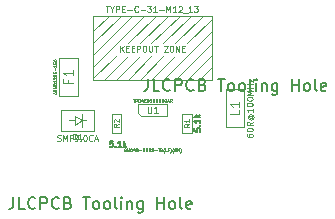
<source format=gbr>
G04 #@! TF.GenerationSoftware,KiCad,Pcbnew,(6.0.8)*
G04 #@! TF.CreationDate,2022-10-31T11:18:22-04:00*
G04 #@! TF.ProjectId,Unified-Daughterboard,556e6966-6965-4642-9d44-617567687465,C3*
G04 #@! TF.SameCoordinates,Original*
G04 #@! TF.FileFunction,AssemblyDrawing,Top*
%FSLAX46Y46*%
G04 Gerber Fmt 4.6, Leading zero omitted, Abs format (unit mm)*
G04 Created by KiCad (PCBNEW (6.0.8)) date 2022-10-31 11:18:22*
%MOMM*%
%LPD*%
G01*
G04 APERTURE LIST*
%ADD10C,0.150000*%
%ADD11C,0.063500*%
%ADD12C,0.100000*%
%ADD13C,0.050800*%
%ADD14C,0.120000*%
%ADD15C,0.127000*%
%ADD16C,0.075000*%
%ADD17C,0.125000*%
%ADD18C,0.050000*%
G04 APERTURE END LIST*
D10*
X63221547Y-73395380D02*
X63221547Y-74109666D01*
X63173928Y-74252523D01*
X63078690Y-74347761D01*
X62935833Y-74395380D01*
X62840595Y-74395380D01*
X64173928Y-74395380D02*
X63697738Y-74395380D01*
X63697738Y-73395380D01*
X65078690Y-74300142D02*
X65031071Y-74347761D01*
X64888214Y-74395380D01*
X64792976Y-74395380D01*
X64650119Y-74347761D01*
X64554880Y-74252523D01*
X64507261Y-74157285D01*
X64459642Y-73966809D01*
X64459642Y-73823952D01*
X64507261Y-73633476D01*
X64554880Y-73538238D01*
X64650119Y-73443000D01*
X64792976Y-73395380D01*
X64888214Y-73395380D01*
X65031071Y-73443000D01*
X65078690Y-73490619D01*
X65507261Y-74395380D02*
X65507261Y-73395380D01*
X65888214Y-73395380D01*
X65983452Y-73443000D01*
X66031071Y-73490619D01*
X66078690Y-73585857D01*
X66078690Y-73728714D01*
X66031071Y-73823952D01*
X65983452Y-73871571D01*
X65888214Y-73919190D01*
X65507261Y-73919190D01*
X67078690Y-74300142D02*
X67031071Y-74347761D01*
X66888214Y-74395380D01*
X66792976Y-74395380D01*
X66650119Y-74347761D01*
X66554880Y-74252523D01*
X66507261Y-74157285D01*
X66459642Y-73966809D01*
X66459642Y-73823952D01*
X66507261Y-73633476D01*
X66554880Y-73538238D01*
X66650119Y-73443000D01*
X66792976Y-73395380D01*
X66888214Y-73395380D01*
X67031071Y-73443000D01*
X67078690Y-73490619D01*
X67840595Y-73871571D02*
X67983452Y-73919190D01*
X68031071Y-73966809D01*
X68078690Y-74062047D01*
X68078690Y-74204904D01*
X68031071Y-74300142D01*
X67983452Y-74347761D01*
X67888214Y-74395380D01*
X67507261Y-74395380D01*
X67507261Y-73395380D01*
X67840595Y-73395380D01*
X67935833Y-73443000D01*
X67983452Y-73490619D01*
X68031071Y-73585857D01*
X68031071Y-73681095D01*
X67983452Y-73776333D01*
X67935833Y-73823952D01*
X67840595Y-73871571D01*
X67507261Y-73871571D01*
X69126309Y-73395380D02*
X69697738Y-73395380D01*
X69412023Y-74395380D02*
X69412023Y-73395380D01*
X70173928Y-74395380D02*
X70078690Y-74347761D01*
X70031071Y-74300142D01*
X69983452Y-74204904D01*
X69983452Y-73919190D01*
X70031071Y-73823952D01*
X70078690Y-73776333D01*
X70173928Y-73728714D01*
X70316785Y-73728714D01*
X70412023Y-73776333D01*
X70459642Y-73823952D01*
X70507261Y-73919190D01*
X70507261Y-74204904D01*
X70459642Y-74300142D01*
X70412023Y-74347761D01*
X70316785Y-74395380D01*
X70173928Y-74395380D01*
X71078690Y-74395380D02*
X70983452Y-74347761D01*
X70935833Y-74300142D01*
X70888214Y-74204904D01*
X70888214Y-73919190D01*
X70935833Y-73823952D01*
X70983452Y-73776333D01*
X71078690Y-73728714D01*
X71221547Y-73728714D01*
X71316785Y-73776333D01*
X71364404Y-73823952D01*
X71412023Y-73919190D01*
X71412023Y-74204904D01*
X71364404Y-74300142D01*
X71316785Y-74347761D01*
X71221547Y-74395380D01*
X71078690Y-74395380D01*
X71983452Y-74395380D02*
X71888214Y-74347761D01*
X71840595Y-74252523D01*
X71840595Y-73395380D01*
X72364404Y-74395380D02*
X72364404Y-73728714D01*
X72364404Y-73395380D02*
X72316785Y-73443000D01*
X72364404Y-73490619D01*
X72412023Y-73443000D01*
X72364404Y-73395380D01*
X72364404Y-73490619D01*
X72840595Y-73728714D02*
X72840595Y-74395380D01*
X72840595Y-73823952D02*
X72888214Y-73776333D01*
X72983452Y-73728714D01*
X73126309Y-73728714D01*
X73221547Y-73776333D01*
X73269166Y-73871571D01*
X73269166Y-74395380D01*
X74173928Y-73728714D02*
X74173928Y-74538238D01*
X74126309Y-74633476D01*
X74078690Y-74681095D01*
X73983452Y-74728714D01*
X73840595Y-74728714D01*
X73745357Y-74681095D01*
X74173928Y-74347761D02*
X74078690Y-74395380D01*
X73888214Y-74395380D01*
X73792976Y-74347761D01*
X73745357Y-74300142D01*
X73697738Y-74204904D01*
X73697738Y-73919190D01*
X73745357Y-73823952D01*
X73792976Y-73776333D01*
X73888214Y-73728714D01*
X74078690Y-73728714D01*
X74173928Y-73776333D01*
X75412023Y-74395380D02*
X75412023Y-73395380D01*
X75412023Y-73871571D02*
X75983452Y-73871571D01*
X75983452Y-74395380D02*
X75983452Y-73395380D01*
X76602500Y-74395380D02*
X76507261Y-74347761D01*
X76459642Y-74300142D01*
X76412023Y-74204904D01*
X76412023Y-73919190D01*
X76459642Y-73823952D01*
X76507261Y-73776333D01*
X76602500Y-73728714D01*
X76745357Y-73728714D01*
X76840595Y-73776333D01*
X76888214Y-73823952D01*
X76935833Y-73919190D01*
X76935833Y-74204904D01*
X76888214Y-74300142D01*
X76840595Y-74347761D01*
X76745357Y-74395380D01*
X76602500Y-74395380D01*
X77507261Y-74395380D02*
X77412023Y-74347761D01*
X77364404Y-74252523D01*
X77364404Y-73395380D01*
X78269166Y-74347761D02*
X78173928Y-74395380D01*
X77983452Y-74395380D01*
X77888214Y-74347761D01*
X77840595Y-74252523D01*
X77840595Y-73871571D01*
X77888214Y-73776333D01*
X77983452Y-73728714D01*
X78173928Y-73728714D01*
X78269166Y-73776333D01*
X78316785Y-73871571D01*
X78316785Y-73966809D01*
X77840595Y-74062047D01*
X74621547Y-63395380D02*
X74621547Y-64109666D01*
X74573928Y-64252523D01*
X74478690Y-64347761D01*
X74335833Y-64395380D01*
X74240595Y-64395380D01*
X75573928Y-64395380D02*
X75097738Y-64395380D01*
X75097738Y-63395380D01*
X76478690Y-64300142D02*
X76431071Y-64347761D01*
X76288214Y-64395380D01*
X76192976Y-64395380D01*
X76050119Y-64347761D01*
X75954880Y-64252523D01*
X75907261Y-64157285D01*
X75859642Y-63966809D01*
X75859642Y-63823952D01*
X75907261Y-63633476D01*
X75954880Y-63538238D01*
X76050119Y-63443000D01*
X76192976Y-63395380D01*
X76288214Y-63395380D01*
X76431071Y-63443000D01*
X76478690Y-63490619D01*
X76907261Y-64395380D02*
X76907261Y-63395380D01*
X77288214Y-63395380D01*
X77383452Y-63443000D01*
X77431071Y-63490619D01*
X77478690Y-63585857D01*
X77478690Y-63728714D01*
X77431071Y-63823952D01*
X77383452Y-63871571D01*
X77288214Y-63919190D01*
X76907261Y-63919190D01*
X78478690Y-64300142D02*
X78431071Y-64347761D01*
X78288214Y-64395380D01*
X78192976Y-64395380D01*
X78050119Y-64347761D01*
X77954880Y-64252523D01*
X77907261Y-64157285D01*
X77859642Y-63966809D01*
X77859642Y-63823952D01*
X77907261Y-63633476D01*
X77954880Y-63538238D01*
X78050119Y-63443000D01*
X78192976Y-63395380D01*
X78288214Y-63395380D01*
X78431071Y-63443000D01*
X78478690Y-63490619D01*
X79240595Y-63871571D02*
X79383452Y-63919190D01*
X79431071Y-63966809D01*
X79478690Y-64062047D01*
X79478690Y-64204904D01*
X79431071Y-64300142D01*
X79383452Y-64347761D01*
X79288214Y-64395380D01*
X78907261Y-64395380D01*
X78907261Y-63395380D01*
X79240595Y-63395380D01*
X79335833Y-63443000D01*
X79383452Y-63490619D01*
X79431071Y-63585857D01*
X79431071Y-63681095D01*
X79383452Y-63776333D01*
X79335833Y-63823952D01*
X79240595Y-63871571D01*
X78907261Y-63871571D01*
X80526309Y-63395380D02*
X81097738Y-63395380D01*
X80812023Y-64395380D02*
X80812023Y-63395380D01*
X81573928Y-64395380D02*
X81478690Y-64347761D01*
X81431071Y-64300142D01*
X81383452Y-64204904D01*
X81383452Y-63919190D01*
X81431071Y-63823952D01*
X81478690Y-63776333D01*
X81573928Y-63728714D01*
X81716785Y-63728714D01*
X81812023Y-63776333D01*
X81859642Y-63823952D01*
X81907261Y-63919190D01*
X81907261Y-64204904D01*
X81859642Y-64300142D01*
X81812023Y-64347761D01*
X81716785Y-64395380D01*
X81573928Y-64395380D01*
X82478690Y-64395380D02*
X82383452Y-64347761D01*
X82335833Y-64300142D01*
X82288214Y-64204904D01*
X82288214Y-63919190D01*
X82335833Y-63823952D01*
X82383452Y-63776333D01*
X82478690Y-63728714D01*
X82621547Y-63728714D01*
X82716785Y-63776333D01*
X82764404Y-63823952D01*
X82812023Y-63919190D01*
X82812023Y-64204904D01*
X82764404Y-64300142D01*
X82716785Y-64347761D01*
X82621547Y-64395380D01*
X82478690Y-64395380D01*
X83383452Y-64395380D02*
X83288214Y-64347761D01*
X83240595Y-64252523D01*
X83240595Y-63395380D01*
X83764404Y-64395380D02*
X83764404Y-63728714D01*
X83764404Y-63395380D02*
X83716785Y-63443000D01*
X83764404Y-63490619D01*
X83812023Y-63443000D01*
X83764404Y-63395380D01*
X83764404Y-63490619D01*
X84240595Y-63728714D02*
X84240595Y-64395380D01*
X84240595Y-63823952D02*
X84288214Y-63776333D01*
X84383452Y-63728714D01*
X84526309Y-63728714D01*
X84621547Y-63776333D01*
X84669166Y-63871571D01*
X84669166Y-64395380D01*
X85573928Y-63728714D02*
X85573928Y-64538238D01*
X85526309Y-64633476D01*
X85478690Y-64681095D01*
X85383452Y-64728714D01*
X85240595Y-64728714D01*
X85145357Y-64681095D01*
X85573928Y-64347761D02*
X85478690Y-64395380D01*
X85288214Y-64395380D01*
X85192976Y-64347761D01*
X85145357Y-64300142D01*
X85097738Y-64204904D01*
X85097738Y-63919190D01*
X85145357Y-63823952D01*
X85192976Y-63776333D01*
X85288214Y-63728714D01*
X85478690Y-63728714D01*
X85573928Y-63776333D01*
X86812023Y-64395380D02*
X86812023Y-63395380D01*
X86812023Y-63871571D02*
X87383452Y-63871571D01*
X87383452Y-64395380D02*
X87383452Y-63395380D01*
X88002500Y-64395380D02*
X87907261Y-64347761D01*
X87859642Y-64300142D01*
X87812023Y-64204904D01*
X87812023Y-63919190D01*
X87859642Y-63823952D01*
X87907261Y-63776333D01*
X88002500Y-63728714D01*
X88145357Y-63728714D01*
X88240595Y-63776333D01*
X88288214Y-63823952D01*
X88335833Y-63919190D01*
X88335833Y-64204904D01*
X88288214Y-64300142D01*
X88240595Y-64347761D01*
X88145357Y-64395380D01*
X88002500Y-64395380D01*
X88907261Y-64395380D02*
X88812023Y-64347761D01*
X88764404Y-64252523D01*
X88764404Y-63395380D01*
X89669166Y-64347761D02*
X89573928Y-64395380D01*
X89383452Y-64395380D01*
X89288214Y-64347761D01*
X89240595Y-64252523D01*
X89240595Y-63871571D01*
X89288214Y-63776333D01*
X89383452Y-63728714D01*
X89573928Y-63728714D01*
X89669166Y-63776333D01*
X89716785Y-63871571D01*
X89716785Y-63966809D01*
X89240595Y-64062047D01*
D11*
X73327309Y-65084904D02*
X73472452Y-65084904D01*
X73399880Y-65338904D02*
X73399880Y-65084904D01*
X73557119Y-65338904D02*
X73557119Y-65084904D01*
X73653880Y-65084904D01*
X73678071Y-65097000D01*
X73690166Y-65109095D01*
X73702261Y-65133285D01*
X73702261Y-65169571D01*
X73690166Y-65193761D01*
X73678071Y-65205857D01*
X73653880Y-65217952D01*
X73557119Y-65217952D01*
X73811119Y-65338904D02*
X73811119Y-65084904D01*
X73871595Y-65084904D01*
X73907880Y-65097000D01*
X73932071Y-65121190D01*
X73944166Y-65145380D01*
X73956261Y-65193761D01*
X73956261Y-65230047D01*
X73944166Y-65278428D01*
X73932071Y-65302619D01*
X73907880Y-65326809D01*
X73871595Y-65338904D01*
X73811119Y-65338904D01*
X74173976Y-65169571D02*
X74173976Y-65338904D01*
X74113500Y-65072809D02*
X74053023Y-65254238D01*
X74210261Y-65254238D01*
X74307023Y-65205857D02*
X74391690Y-65205857D01*
X74427976Y-65338904D02*
X74307023Y-65338904D01*
X74307023Y-65084904D01*
X74427976Y-65084904D01*
X74585214Y-65084904D02*
X74609404Y-65084904D01*
X74633595Y-65097000D01*
X74645690Y-65109095D01*
X74657785Y-65133285D01*
X74669880Y-65181666D01*
X74669880Y-65242142D01*
X74657785Y-65290523D01*
X74645690Y-65314714D01*
X74633595Y-65326809D01*
X74609404Y-65338904D01*
X74585214Y-65338904D01*
X74561023Y-65326809D01*
X74548928Y-65314714D01*
X74536833Y-65290523D01*
X74524738Y-65242142D01*
X74524738Y-65181666D01*
X74536833Y-65133285D01*
X74548928Y-65109095D01*
X74561023Y-65097000D01*
X74585214Y-65084904D01*
X74899690Y-65084904D02*
X74778738Y-65084904D01*
X74766642Y-65205857D01*
X74778738Y-65193761D01*
X74802928Y-65181666D01*
X74863404Y-65181666D01*
X74887595Y-65193761D01*
X74899690Y-65205857D01*
X74911785Y-65230047D01*
X74911785Y-65290523D01*
X74899690Y-65314714D01*
X74887595Y-65326809D01*
X74863404Y-65338904D01*
X74802928Y-65338904D01*
X74778738Y-65326809D01*
X74766642Y-65314714D01*
X75020642Y-65084904D02*
X75020642Y-65290523D01*
X75032738Y-65314714D01*
X75044833Y-65326809D01*
X75069023Y-65338904D01*
X75117404Y-65338904D01*
X75141595Y-65326809D01*
X75153690Y-65314714D01*
X75165785Y-65290523D01*
X75165785Y-65084904D01*
X75335119Y-65084904D02*
X75359309Y-65084904D01*
X75383500Y-65097000D01*
X75395595Y-65109095D01*
X75407690Y-65133285D01*
X75419785Y-65181666D01*
X75419785Y-65242142D01*
X75407690Y-65290523D01*
X75395595Y-65314714D01*
X75383500Y-65326809D01*
X75359309Y-65338904D01*
X75335119Y-65338904D01*
X75310928Y-65326809D01*
X75298833Y-65314714D01*
X75286738Y-65290523D01*
X75274642Y-65242142D01*
X75274642Y-65181666D01*
X75286738Y-65133285D01*
X75298833Y-65109095D01*
X75310928Y-65097000D01*
X75335119Y-65084904D01*
X75637500Y-65084904D02*
X75589119Y-65084904D01*
X75564928Y-65097000D01*
X75552833Y-65109095D01*
X75528642Y-65145380D01*
X75516547Y-65193761D01*
X75516547Y-65290523D01*
X75528642Y-65314714D01*
X75540738Y-65326809D01*
X75564928Y-65338904D01*
X75613309Y-65338904D01*
X75637500Y-65326809D01*
X75649595Y-65314714D01*
X75661690Y-65290523D01*
X75661690Y-65230047D01*
X75649595Y-65205857D01*
X75637500Y-65193761D01*
X75613309Y-65181666D01*
X75564928Y-65181666D01*
X75540738Y-65193761D01*
X75528642Y-65205857D01*
X75516547Y-65230047D01*
X75770547Y-65338904D02*
X75770547Y-65084904D01*
X75831023Y-65084904D01*
X75867309Y-65097000D01*
X75891500Y-65121190D01*
X75903595Y-65145380D01*
X75915690Y-65193761D01*
X75915690Y-65230047D01*
X75903595Y-65278428D01*
X75891500Y-65302619D01*
X75867309Y-65326809D01*
X75831023Y-65338904D01*
X75770547Y-65338904D01*
X76193880Y-65363095D02*
X76169690Y-65351000D01*
X76145500Y-65326809D01*
X76109214Y-65290523D01*
X76085023Y-65278428D01*
X76060833Y-65278428D01*
X76072928Y-65338904D02*
X76048738Y-65326809D01*
X76024547Y-65302619D01*
X76012452Y-65254238D01*
X76012452Y-65169571D01*
X76024547Y-65121190D01*
X76048738Y-65097000D01*
X76072928Y-65084904D01*
X76121309Y-65084904D01*
X76145500Y-65097000D01*
X76169690Y-65121190D01*
X76181785Y-65169571D01*
X76181785Y-65254238D01*
X76169690Y-65302619D01*
X76145500Y-65326809D01*
X76121309Y-65338904D01*
X76072928Y-65338904D01*
X76278547Y-65266333D02*
X76399500Y-65266333D01*
X76254357Y-65338904D02*
X76339023Y-65084904D01*
X76423690Y-65338904D01*
X76653500Y-65338904D02*
X76568833Y-65217952D01*
X76508357Y-65338904D02*
X76508357Y-65084904D01*
X76605119Y-65084904D01*
X76629309Y-65097000D01*
X76641404Y-65109095D01*
X76653500Y-65133285D01*
X76653500Y-65169571D01*
X76641404Y-65193761D01*
X76629309Y-65205857D01*
X76605119Y-65217952D01*
X76508357Y-65217952D01*
D12*
X74583452Y-65725209D02*
X74583452Y-66170447D01*
X74609642Y-66222828D01*
X74635833Y-66249019D01*
X74688214Y-66275209D01*
X74792976Y-66275209D01*
X74845357Y-66249019D01*
X74871547Y-66222828D01*
X74897738Y-66170447D01*
X74897738Y-65725209D01*
X75447738Y-66275209D02*
X75133452Y-66275209D01*
X75290595Y-66275209D02*
X75290595Y-65725209D01*
X75238214Y-65803780D01*
X75185833Y-65856161D01*
X75133452Y-65882352D01*
D13*
X82979309Y-68072428D02*
X82979309Y-68169190D01*
X83003500Y-68217571D01*
X83027690Y-68241761D01*
X83100261Y-68290142D01*
X83197023Y-68314333D01*
X83390547Y-68314333D01*
X83438928Y-68290142D01*
X83463119Y-68265952D01*
X83487309Y-68217571D01*
X83487309Y-68120809D01*
X83463119Y-68072428D01*
X83438928Y-68048238D01*
X83390547Y-68024047D01*
X83269595Y-68024047D01*
X83221214Y-68048238D01*
X83197023Y-68072428D01*
X83172833Y-68120809D01*
X83172833Y-68217571D01*
X83197023Y-68265952D01*
X83221214Y-68290142D01*
X83269595Y-68314333D01*
X82979309Y-67709571D02*
X82979309Y-67661190D01*
X83003500Y-67612809D01*
X83027690Y-67588619D01*
X83076071Y-67564428D01*
X83172833Y-67540238D01*
X83293785Y-67540238D01*
X83390547Y-67564428D01*
X83438928Y-67588619D01*
X83463119Y-67612809D01*
X83487309Y-67661190D01*
X83487309Y-67709571D01*
X83463119Y-67757952D01*
X83438928Y-67782142D01*
X83390547Y-67806333D01*
X83293785Y-67830523D01*
X83172833Y-67830523D01*
X83076071Y-67806333D01*
X83027690Y-67782142D01*
X83003500Y-67757952D01*
X82979309Y-67709571D01*
X83487309Y-67032238D02*
X83245404Y-67201571D01*
X83487309Y-67322523D02*
X82979309Y-67322523D01*
X82979309Y-67129000D01*
X83003500Y-67080619D01*
X83027690Y-67056428D01*
X83076071Y-67032238D01*
X83148642Y-67032238D01*
X83197023Y-67056428D01*
X83221214Y-67080619D01*
X83245404Y-67129000D01*
X83245404Y-67322523D01*
X83245404Y-66500047D02*
X83221214Y-66524238D01*
X83197023Y-66572619D01*
X83197023Y-66621000D01*
X83221214Y-66669380D01*
X83245404Y-66693571D01*
X83293785Y-66717761D01*
X83342166Y-66717761D01*
X83390547Y-66693571D01*
X83414738Y-66669380D01*
X83438928Y-66621000D01*
X83438928Y-66572619D01*
X83414738Y-66524238D01*
X83390547Y-66500047D01*
X83197023Y-66500047D02*
X83390547Y-66500047D01*
X83414738Y-66475857D01*
X83414738Y-66451666D01*
X83390547Y-66403285D01*
X83342166Y-66379095D01*
X83221214Y-66379095D01*
X83148642Y-66427476D01*
X83100261Y-66500047D01*
X83076071Y-66596809D01*
X83100261Y-66693571D01*
X83148642Y-66766142D01*
X83221214Y-66814523D01*
X83317976Y-66838714D01*
X83414738Y-66814523D01*
X83487309Y-66766142D01*
X83535690Y-66693571D01*
X83559880Y-66596809D01*
X83535690Y-66500047D01*
X83487309Y-66427476D01*
X83487309Y-65895285D02*
X83487309Y-66185571D01*
X83487309Y-66040428D02*
X82979309Y-66040428D01*
X83051880Y-66088809D01*
X83100261Y-66137190D01*
X83124452Y-66185571D01*
X82979309Y-65580809D02*
X82979309Y-65532428D01*
X83003500Y-65484047D01*
X83027690Y-65459857D01*
X83076071Y-65435666D01*
X83172833Y-65411476D01*
X83293785Y-65411476D01*
X83390547Y-65435666D01*
X83438928Y-65459857D01*
X83463119Y-65484047D01*
X83487309Y-65532428D01*
X83487309Y-65580809D01*
X83463119Y-65629190D01*
X83438928Y-65653380D01*
X83390547Y-65677571D01*
X83293785Y-65701761D01*
X83172833Y-65701761D01*
X83076071Y-65677571D01*
X83027690Y-65653380D01*
X83003500Y-65629190D01*
X82979309Y-65580809D01*
X82979309Y-65097000D02*
X82979309Y-65048619D01*
X83003500Y-65000238D01*
X83027690Y-64976047D01*
X83076071Y-64951857D01*
X83172833Y-64927666D01*
X83293785Y-64927666D01*
X83390547Y-64951857D01*
X83438928Y-64976047D01*
X83463119Y-65000238D01*
X83487309Y-65048619D01*
X83487309Y-65097000D01*
X83463119Y-65145380D01*
X83438928Y-65169571D01*
X83390547Y-65193761D01*
X83293785Y-65217952D01*
X83172833Y-65217952D01*
X83076071Y-65193761D01*
X83027690Y-65169571D01*
X83003500Y-65145380D01*
X82979309Y-65097000D01*
X83487309Y-64709952D02*
X82979309Y-64709952D01*
X83342166Y-64540619D01*
X82979309Y-64371285D01*
X83487309Y-64371285D01*
X83487309Y-64129380D02*
X82979309Y-64129380D01*
X83221214Y-64129380D02*
X83221214Y-63839095D01*
X83487309Y-63839095D02*
X82979309Y-63839095D01*
X83148642Y-63645571D02*
X83148642Y-63379476D01*
X83487309Y-63645571D01*
X83487309Y-63379476D01*
D14*
X82349404Y-66007333D02*
X82349404Y-66388285D01*
X81549404Y-66388285D01*
X82349404Y-65321619D02*
X82349404Y-65778761D01*
X82349404Y-65550190D02*
X81549404Y-65550190D01*
X81663690Y-65626380D01*
X81739880Y-65702571D01*
X81777976Y-65778761D01*
D15*
X71633976Y-68628809D02*
X71392071Y-68628809D01*
X71367880Y-68870714D01*
X71392071Y-68846523D01*
X71440452Y-68822333D01*
X71561404Y-68822333D01*
X71609785Y-68846523D01*
X71633976Y-68870714D01*
X71658166Y-68919095D01*
X71658166Y-69040047D01*
X71633976Y-69088428D01*
X71609785Y-69112619D01*
X71561404Y-69136809D01*
X71440452Y-69136809D01*
X71392071Y-69112619D01*
X71367880Y-69088428D01*
X71875880Y-69088428D02*
X71900071Y-69112619D01*
X71875880Y-69136809D01*
X71851690Y-69112619D01*
X71875880Y-69088428D01*
X71875880Y-69136809D01*
X72383880Y-69136809D02*
X72093595Y-69136809D01*
X72238738Y-69136809D02*
X72238738Y-68628809D01*
X72190357Y-68701380D01*
X72141976Y-68749761D01*
X72093595Y-68773952D01*
X72601595Y-69136809D02*
X72601595Y-68628809D01*
X72649976Y-68943285D02*
X72795119Y-69136809D01*
X72795119Y-68798142D02*
X72601595Y-68991666D01*
D16*
X72135452Y-67195666D02*
X71944976Y-67329000D01*
X72135452Y-67424238D02*
X71735452Y-67424238D01*
X71735452Y-67271857D01*
X71754500Y-67233761D01*
X71773547Y-67214714D01*
X71811642Y-67195666D01*
X71868785Y-67195666D01*
X71906880Y-67214714D01*
X71925928Y-67233761D01*
X71944976Y-67271857D01*
X71944976Y-67424238D01*
X71773547Y-67043285D02*
X71754500Y-67024238D01*
X71735452Y-66986142D01*
X71735452Y-66890904D01*
X71754500Y-66852809D01*
X71773547Y-66833761D01*
X71811642Y-66814714D01*
X71849738Y-66814714D01*
X71906880Y-66833761D01*
X72135452Y-67062333D01*
X72135452Y-66814714D01*
D11*
X66789833Y-64649476D02*
X66789833Y-64528523D01*
X66862404Y-64673666D02*
X66608404Y-64589000D01*
X66862404Y-64504333D01*
X66850309Y-64431761D02*
X66862404Y-64395476D01*
X66862404Y-64335000D01*
X66850309Y-64310809D01*
X66838214Y-64298714D01*
X66814023Y-64286619D01*
X66789833Y-64286619D01*
X66765642Y-64298714D01*
X66753547Y-64310809D01*
X66741452Y-64335000D01*
X66729357Y-64383380D01*
X66717261Y-64407571D01*
X66705166Y-64419666D01*
X66680976Y-64431761D01*
X66656785Y-64431761D01*
X66632595Y-64419666D01*
X66620500Y-64407571D01*
X66608404Y-64383380D01*
X66608404Y-64322904D01*
X66620500Y-64286619D01*
X66862404Y-64177761D02*
X66608404Y-64177761D01*
X66789833Y-64093095D01*
X66608404Y-64008428D01*
X66862404Y-64008428D01*
X66862404Y-63887476D02*
X66608404Y-63887476D01*
X66608404Y-63827000D01*
X66620500Y-63790714D01*
X66644690Y-63766523D01*
X66668880Y-63754428D01*
X66717261Y-63742333D01*
X66753547Y-63742333D01*
X66801928Y-63754428D01*
X66826119Y-63766523D01*
X66850309Y-63790714D01*
X66862404Y-63827000D01*
X66862404Y-63887476D01*
X66862404Y-63500428D02*
X66862404Y-63645571D01*
X66862404Y-63573000D02*
X66608404Y-63573000D01*
X66644690Y-63597190D01*
X66668880Y-63621380D01*
X66680976Y-63645571D01*
X66632595Y-63403666D02*
X66620500Y-63391571D01*
X66608404Y-63367380D01*
X66608404Y-63306904D01*
X66620500Y-63282714D01*
X66632595Y-63270619D01*
X66656785Y-63258523D01*
X66680976Y-63258523D01*
X66717261Y-63270619D01*
X66862404Y-63415761D01*
X66862404Y-63258523D01*
X66608404Y-63101285D02*
X66608404Y-63077095D01*
X66620500Y-63052904D01*
X66632595Y-63040809D01*
X66656785Y-63028714D01*
X66705166Y-63016619D01*
X66765642Y-63016619D01*
X66814023Y-63028714D01*
X66838214Y-63040809D01*
X66850309Y-63052904D01*
X66862404Y-63077095D01*
X66862404Y-63101285D01*
X66850309Y-63125476D01*
X66838214Y-63137571D01*
X66814023Y-63149666D01*
X66765642Y-63161761D01*
X66705166Y-63161761D01*
X66656785Y-63149666D01*
X66632595Y-63137571D01*
X66620500Y-63125476D01*
X66608404Y-63101285D01*
X66608404Y-62798904D02*
X66608404Y-62847285D01*
X66620500Y-62871476D01*
X66632595Y-62883571D01*
X66668880Y-62907761D01*
X66717261Y-62919857D01*
X66814023Y-62919857D01*
X66838214Y-62907761D01*
X66850309Y-62895666D01*
X66862404Y-62871476D01*
X66862404Y-62823095D01*
X66850309Y-62798904D01*
X66838214Y-62786809D01*
X66814023Y-62774714D01*
X66753547Y-62774714D01*
X66729357Y-62786809D01*
X66717261Y-62798904D01*
X66705166Y-62823095D01*
X66705166Y-62871476D01*
X66717261Y-62895666D01*
X66729357Y-62907761D01*
X66753547Y-62919857D01*
X66765642Y-62665857D02*
X66765642Y-62472333D01*
X66862404Y-62218333D02*
X66862404Y-62363476D01*
X66862404Y-62290904D02*
X66608404Y-62290904D01*
X66644690Y-62315095D01*
X66668880Y-62339285D01*
X66680976Y-62363476D01*
X66608404Y-61988523D02*
X66608404Y-62109476D01*
X66729357Y-62121571D01*
X66717261Y-62109476D01*
X66705166Y-62085285D01*
X66705166Y-62024809D01*
X66717261Y-62000619D01*
X66729357Y-61988523D01*
X66753547Y-61976428D01*
X66814023Y-61976428D01*
X66838214Y-61988523D01*
X66850309Y-62000619D01*
X66862404Y-62024809D01*
X66862404Y-62085285D01*
X66850309Y-62109476D01*
X66838214Y-62121571D01*
X66608404Y-61819190D02*
X66608404Y-61795000D01*
X66620500Y-61770809D01*
X66632595Y-61758714D01*
X66656785Y-61746619D01*
X66705166Y-61734523D01*
X66765642Y-61734523D01*
X66814023Y-61746619D01*
X66838214Y-61758714D01*
X66850309Y-61770809D01*
X66862404Y-61795000D01*
X66862404Y-61819190D01*
X66850309Y-61843380D01*
X66838214Y-61855476D01*
X66814023Y-61867571D01*
X66765642Y-61879666D01*
X66705166Y-61879666D01*
X66656785Y-61867571D01*
X66632595Y-61855476D01*
X66620500Y-61843380D01*
X66608404Y-61819190D01*
D14*
X67833357Y-63473666D02*
X67833357Y-63740333D01*
X68252404Y-63740333D02*
X67452404Y-63740333D01*
X67452404Y-63359380D01*
X68252404Y-62635571D02*
X68252404Y-63092714D01*
X68252404Y-62864142D02*
X67452404Y-62864142D01*
X67566690Y-62940333D01*
X67642880Y-63016523D01*
X67680976Y-63092714D01*
D17*
X66950119Y-68601380D02*
X67021547Y-68625190D01*
X67140595Y-68625190D01*
X67188214Y-68601380D01*
X67212023Y-68577571D01*
X67235833Y-68529952D01*
X67235833Y-68482333D01*
X67212023Y-68434714D01*
X67188214Y-68410904D01*
X67140595Y-68387095D01*
X67045357Y-68363285D01*
X66997738Y-68339476D01*
X66973928Y-68315666D01*
X66950119Y-68268047D01*
X66950119Y-68220428D01*
X66973928Y-68172809D01*
X66997738Y-68149000D01*
X67045357Y-68125190D01*
X67164404Y-68125190D01*
X67235833Y-68149000D01*
X67450119Y-68625190D02*
X67450119Y-68125190D01*
X67616785Y-68482333D01*
X67783452Y-68125190D01*
X67783452Y-68625190D01*
X68188214Y-68363285D02*
X68021547Y-68363285D01*
X68021547Y-68625190D02*
X68021547Y-68125190D01*
X68259642Y-68125190D01*
X68473928Y-68625190D02*
X68569166Y-68625190D01*
X68616785Y-68601380D01*
X68640595Y-68577571D01*
X68688214Y-68506142D01*
X68712023Y-68410904D01*
X68712023Y-68220428D01*
X68688214Y-68172809D01*
X68664404Y-68149000D01*
X68616785Y-68125190D01*
X68521547Y-68125190D01*
X68473928Y-68149000D01*
X68450119Y-68172809D01*
X68426309Y-68220428D01*
X68426309Y-68339476D01*
X68450119Y-68387095D01*
X68473928Y-68410904D01*
X68521547Y-68434714D01*
X68616785Y-68434714D01*
X68664404Y-68410904D01*
X68688214Y-68387095D01*
X68712023Y-68339476D01*
X68926309Y-68577571D02*
X68950119Y-68601380D01*
X68926309Y-68625190D01*
X68902500Y-68601380D01*
X68926309Y-68577571D01*
X68926309Y-68625190D01*
X69259642Y-68125190D02*
X69307261Y-68125190D01*
X69354880Y-68149000D01*
X69378690Y-68172809D01*
X69402500Y-68220428D01*
X69426309Y-68315666D01*
X69426309Y-68434714D01*
X69402500Y-68529952D01*
X69378690Y-68577571D01*
X69354880Y-68601380D01*
X69307261Y-68625190D01*
X69259642Y-68625190D01*
X69212023Y-68601380D01*
X69188214Y-68577571D01*
X69164404Y-68529952D01*
X69140595Y-68434714D01*
X69140595Y-68315666D01*
X69164404Y-68220428D01*
X69188214Y-68172809D01*
X69212023Y-68149000D01*
X69259642Y-68125190D01*
X69926309Y-68577571D02*
X69902500Y-68601380D01*
X69831071Y-68625190D01*
X69783452Y-68625190D01*
X69712023Y-68601380D01*
X69664404Y-68553761D01*
X69640595Y-68506142D01*
X69616785Y-68410904D01*
X69616785Y-68339476D01*
X69640595Y-68244238D01*
X69664404Y-68196619D01*
X69712023Y-68149000D01*
X69783452Y-68125190D01*
X69831071Y-68125190D01*
X69902500Y-68149000D01*
X69926309Y-68172809D01*
X70116785Y-68482333D02*
X70354880Y-68482333D01*
X70069166Y-68625190D02*
X70235833Y-68125190D01*
X70402500Y-68625190D01*
X68283452Y-68513190D02*
X68283452Y-68013190D01*
X68402500Y-68013190D01*
X68473928Y-68037000D01*
X68521547Y-68084619D01*
X68545357Y-68132238D01*
X68569166Y-68227476D01*
X68569166Y-68298904D01*
X68545357Y-68394142D01*
X68521547Y-68441761D01*
X68473928Y-68489380D01*
X68402500Y-68513190D01*
X68283452Y-68513190D01*
X69045357Y-68513190D02*
X68759642Y-68513190D01*
X68902500Y-68513190D02*
X68902500Y-68013190D01*
X68854880Y-68084619D01*
X68807261Y-68132238D01*
X68759642Y-68156047D01*
X71035833Y-57219190D02*
X71321547Y-57219190D01*
X71178690Y-57719190D02*
X71178690Y-57219190D01*
X71583452Y-57481095D02*
X71583452Y-57719190D01*
X71416785Y-57219190D02*
X71583452Y-57481095D01*
X71750119Y-57219190D01*
X71916785Y-57719190D02*
X71916785Y-57219190D01*
X72107261Y-57219190D01*
X72154880Y-57243000D01*
X72178690Y-57266809D01*
X72202500Y-57314428D01*
X72202500Y-57385857D01*
X72178690Y-57433476D01*
X72154880Y-57457285D01*
X72107261Y-57481095D01*
X71916785Y-57481095D01*
X72416785Y-57457285D02*
X72583452Y-57457285D01*
X72654880Y-57719190D02*
X72416785Y-57719190D01*
X72416785Y-57219190D01*
X72654880Y-57219190D01*
X72869166Y-57528714D02*
X73250119Y-57528714D01*
X73773928Y-57671571D02*
X73750119Y-57695380D01*
X73678690Y-57719190D01*
X73631071Y-57719190D01*
X73559642Y-57695380D01*
X73512023Y-57647761D01*
X73488214Y-57600142D01*
X73464404Y-57504904D01*
X73464404Y-57433476D01*
X73488214Y-57338238D01*
X73512023Y-57290619D01*
X73559642Y-57243000D01*
X73631071Y-57219190D01*
X73678690Y-57219190D01*
X73750119Y-57243000D01*
X73773928Y-57266809D01*
X73988214Y-57528714D02*
X74369166Y-57528714D01*
X74559642Y-57219190D02*
X74869166Y-57219190D01*
X74702500Y-57409666D01*
X74773928Y-57409666D01*
X74821547Y-57433476D01*
X74845357Y-57457285D01*
X74869166Y-57504904D01*
X74869166Y-57623952D01*
X74845357Y-57671571D01*
X74821547Y-57695380D01*
X74773928Y-57719190D01*
X74631071Y-57719190D01*
X74583452Y-57695380D01*
X74559642Y-57671571D01*
X75345357Y-57719190D02*
X75059642Y-57719190D01*
X75202500Y-57719190D02*
X75202500Y-57219190D01*
X75154880Y-57290619D01*
X75107261Y-57338238D01*
X75059642Y-57362047D01*
X75559642Y-57528714D02*
X75940595Y-57528714D01*
X76178690Y-57719190D02*
X76178690Y-57219190D01*
X76345357Y-57576333D01*
X76512023Y-57219190D01*
X76512023Y-57719190D01*
X77012023Y-57719190D02*
X76726309Y-57719190D01*
X76869166Y-57719190D02*
X76869166Y-57219190D01*
X76821547Y-57290619D01*
X76773928Y-57338238D01*
X76726309Y-57362047D01*
X77202500Y-57266809D02*
X77226309Y-57243000D01*
X77273928Y-57219190D01*
X77392976Y-57219190D01*
X77440595Y-57243000D01*
X77464404Y-57266809D01*
X77488214Y-57314428D01*
X77488214Y-57362047D01*
X77464404Y-57433476D01*
X77178690Y-57719190D01*
X77488214Y-57719190D01*
X77583452Y-57766809D02*
X77964404Y-57766809D01*
X78345357Y-57719190D02*
X78059642Y-57719190D01*
X78202500Y-57719190D02*
X78202500Y-57219190D01*
X78154880Y-57290619D01*
X78107261Y-57338238D01*
X78059642Y-57362047D01*
X78512023Y-57219190D02*
X78821547Y-57219190D01*
X78654880Y-57409666D01*
X78726309Y-57409666D01*
X78773928Y-57433476D01*
X78797738Y-57457285D01*
X78821547Y-57504904D01*
X78821547Y-57623952D01*
X78797738Y-57671571D01*
X78773928Y-57695380D01*
X78726309Y-57719190D01*
X78583452Y-57719190D01*
X78535833Y-57695380D01*
X78512023Y-57671571D01*
X72276309Y-61069190D02*
X72276309Y-60569190D01*
X72562023Y-61069190D02*
X72347738Y-60783476D01*
X72562023Y-60569190D02*
X72276309Y-60854904D01*
X72776309Y-60807285D02*
X72942976Y-60807285D01*
X73014404Y-61069190D02*
X72776309Y-61069190D01*
X72776309Y-60569190D01*
X73014404Y-60569190D01*
X73228690Y-60807285D02*
X73395357Y-60807285D01*
X73466785Y-61069190D02*
X73228690Y-61069190D01*
X73228690Y-60569190D01*
X73466785Y-60569190D01*
X73681071Y-61069190D02*
X73681071Y-60569190D01*
X73871547Y-60569190D01*
X73919166Y-60593000D01*
X73942976Y-60616809D01*
X73966785Y-60664428D01*
X73966785Y-60735857D01*
X73942976Y-60783476D01*
X73919166Y-60807285D01*
X73871547Y-60831095D01*
X73681071Y-60831095D01*
X74276309Y-60569190D02*
X74371547Y-60569190D01*
X74419166Y-60593000D01*
X74466785Y-60640619D01*
X74490595Y-60735857D01*
X74490595Y-60902523D01*
X74466785Y-60997761D01*
X74419166Y-61045380D01*
X74371547Y-61069190D01*
X74276309Y-61069190D01*
X74228690Y-61045380D01*
X74181071Y-60997761D01*
X74157261Y-60902523D01*
X74157261Y-60735857D01*
X74181071Y-60640619D01*
X74228690Y-60593000D01*
X74276309Y-60569190D01*
X74704880Y-60569190D02*
X74704880Y-60973952D01*
X74728690Y-61021571D01*
X74752500Y-61045380D01*
X74800119Y-61069190D01*
X74895357Y-61069190D01*
X74942976Y-61045380D01*
X74966785Y-61021571D01*
X74990595Y-60973952D01*
X74990595Y-60569190D01*
X75157261Y-60569190D02*
X75442976Y-60569190D01*
X75300119Y-61069190D02*
X75300119Y-60569190D01*
X75942976Y-60569190D02*
X76276309Y-60569190D01*
X75942976Y-61069190D01*
X76276309Y-61069190D01*
X76562023Y-60569190D02*
X76657261Y-60569190D01*
X76704880Y-60593000D01*
X76752500Y-60640619D01*
X76776309Y-60735857D01*
X76776309Y-60902523D01*
X76752500Y-60997761D01*
X76704880Y-61045380D01*
X76657261Y-61069190D01*
X76562023Y-61069190D01*
X76514404Y-61045380D01*
X76466785Y-60997761D01*
X76442976Y-60902523D01*
X76442976Y-60735857D01*
X76466785Y-60640619D01*
X76514404Y-60593000D01*
X76562023Y-60569190D01*
X76990595Y-61069190D02*
X76990595Y-60569190D01*
X77276309Y-61069190D01*
X77276309Y-60569190D01*
X77514404Y-60807285D02*
X77681071Y-60807285D01*
X77752500Y-61069190D02*
X77514404Y-61069190D01*
X77514404Y-60569190D01*
X77752500Y-60569190D01*
D11*
X72583452Y-69517809D02*
X72619738Y-69529904D01*
X72680214Y-69529904D01*
X72704404Y-69517809D01*
X72716500Y-69505714D01*
X72728595Y-69481523D01*
X72728595Y-69457333D01*
X72716500Y-69433142D01*
X72704404Y-69421047D01*
X72680214Y-69408952D01*
X72631833Y-69396857D01*
X72607642Y-69384761D01*
X72595547Y-69372666D01*
X72583452Y-69348476D01*
X72583452Y-69324285D01*
X72595547Y-69300095D01*
X72607642Y-69288000D01*
X72631833Y-69275904D01*
X72692309Y-69275904D01*
X72728595Y-69288000D01*
X72837452Y-69529904D02*
X72837452Y-69275904D01*
X72922119Y-69457333D01*
X73006785Y-69275904D01*
X73006785Y-69529904D01*
X73176119Y-69275904D02*
X73200309Y-69275904D01*
X73224500Y-69288000D01*
X73236595Y-69300095D01*
X73248690Y-69324285D01*
X73260785Y-69372666D01*
X73260785Y-69433142D01*
X73248690Y-69481523D01*
X73236595Y-69505714D01*
X73224500Y-69517809D01*
X73200309Y-69529904D01*
X73176119Y-69529904D01*
X73151928Y-69517809D01*
X73139833Y-69505714D01*
X73127738Y-69481523D01*
X73115642Y-69433142D01*
X73115642Y-69372666D01*
X73127738Y-69324285D01*
X73139833Y-69300095D01*
X73151928Y-69288000D01*
X73176119Y-69275904D01*
X73478500Y-69360571D02*
X73478500Y-69529904D01*
X73418023Y-69263809D02*
X73357547Y-69445238D01*
X73514785Y-69445238D01*
X73696214Y-69396857D02*
X73732500Y-69408952D01*
X73744595Y-69421047D01*
X73756690Y-69445238D01*
X73756690Y-69481523D01*
X73744595Y-69505714D01*
X73732500Y-69517809D01*
X73708309Y-69529904D01*
X73611547Y-69529904D01*
X73611547Y-69275904D01*
X73696214Y-69275904D01*
X73720404Y-69288000D01*
X73732500Y-69300095D01*
X73744595Y-69324285D01*
X73744595Y-69348476D01*
X73732500Y-69372666D01*
X73720404Y-69384761D01*
X73696214Y-69396857D01*
X73611547Y-69396857D01*
X73865547Y-69433142D02*
X74059071Y-69433142D01*
X74167928Y-69517809D02*
X74204214Y-69529904D01*
X74264690Y-69529904D01*
X74288880Y-69517809D01*
X74300976Y-69505714D01*
X74313071Y-69481523D01*
X74313071Y-69457333D01*
X74300976Y-69433142D01*
X74288880Y-69421047D01*
X74264690Y-69408952D01*
X74216309Y-69396857D01*
X74192119Y-69384761D01*
X74180023Y-69372666D01*
X74167928Y-69348476D01*
X74167928Y-69324285D01*
X74180023Y-69300095D01*
X74192119Y-69288000D01*
X74216309Y-69275904D01*
X74276785Y-69275904D01*
X74313071Y-69288000D01*
X74567071Y-69529904D02*
X74482404Y-69408952D01*
X74421928Y-69529904D02*
X74421928Y-69275904D01*
X74518690Y-69275904D01*
X74542880Y-69288000D01*
X74554976Y-69300095D01*
X74567071Y-69324285D01*
X74567071Y-69360571D01*
X74554976Y-69384761D01*
X74542880Y-69396857D01*
X74518690Y-69408952D01*
X74421928Y-69408952D01*
X74663833Y-69517809D02*
X74700119Y-69529904D01*
X74760595Y-69529904D01*
X74784785Y-69517809D01*
X74796880Y-69505714D01*
X74808976Y-69481523D01*
X74808976Y-69457333D01*
X74796880Y-69433142D01*
X74784785Y-69421047D01*
X74760595Y-69408952D01*
X74712214Y-69396857D01*
X74688023Y-69384761D01*
X74675928Y-69372666D01*
X74663833Y-69348476D01*
X74663833Y-69324285D01*
X74675928Y-69300095D01*
X74688023Y-69288000D01*
X74712214Y-69275904D01*
X74772690Y-69275904D01*
X74808976Y-69288000D01*
X74905738Y-69517809D02*
X74942023Y-69529904D01*
X75002500Y-69529904D01*
X75026690Y-69517809D01*
X75038785Y-69505714D01*
X75050880Y-69481523D01*
X75050880Y-69457333D01*
X75038785Y-69433142D01*
X75026690Y-69421047D01*
X75002500Y-69408952D01*
X74954119Y-69396857D01*
X74929928Y-69384761D01*
X74917833Y-69372666D01*
X74905738Y-69348476D01*
X74905738Y-69324285D01*
X74917833Y-69300095D01*
X74929928Y-69288000D01*
X74954119Y-69275904D01*
X75014595Y-69275904D01*
X75050880Y-69288000D01*
X75159738Y-69433142D02*
X75353261Y-69433142D01*
X75437928Y-69275904D02*
X75583071Y-69275904D01*
X75510500Y-69529904D02*
X75510500Y-69275904D01*
X75752404Y-69396857D02*
X75788690Y-69408952D01*
X75800785Y-69421047D01*
X75812880Y-69445238D01*
X75812880Y-69481523D01*
X75800785Y-69505714D01*
X75788690Y-69517809D01*
X75764500Y-69529904D01*
X75667738Y-69529904D01*
X75667738Y-69275904D01*
X75752404Y-69275904D01*
X75776595Y-69288000D01*
X75788690Y-69300095D01*
X75800785Y-69324285D01*
X75800785Y-69348476D01*
X75788690Y-69372666D01*
X75776595Y-69384761D01*
X75752404Y-69396857D01*
X75667738Y-69396857D01*
X75994309Y-69626666D02*
X75982214Y-69614571D01*
X75958023Y-69578285D01*
X75945928Y-69554095D01*
X75933833Y-69517809D01*
X75921738Y-69457333D01*
X75921738Y-69408952D01*
X75933833Y-69348476D01*
X75945928Y-69312190D01*
X75958023Y-69288000D01*
X75982214Y-69251714D01*
X75994309Y-69239619D01*
X76212023Y-69529904D02*
X76091071Y-69529904D01*
X76091071Y-69275904D01*
X76381357Y-69396857D02*
X76296690Y-69396857D01*
X76296690Y-69529904D02*
X76296690Y-69275904D01*
X76417642Y-69275904D01*
X76490214Y-69626666D02*
X76502309Y-69614571D01*
X76526500Y-69578285D01*
X76538595Y-69554095D01*
X76550690Y-69517809D01*
X76562785Y-69457333D01*
X76562785Y-69408952D01*
X76550690Y-69348476D01*
X76538595Y-69312190D01*
X76526500Y-69288000D01*
X76502309Y-69251714D01*
X76490214Y-69239619D01*
X76756309Y-69626666D02*
X76744214Y-69614571D01*
X76720023Y-69578285D01*
X76707928Y-69554095D01*
X76695833Y-69517809D01*
X76683738Y-69457333D01*
X76683738Y-69408952D01*
X76695833Y-69348476D01*
X76707928Y-69312190D01*
X76720023Y-69288000D01*
X76744214Y-69251714D01*
X76756309Y-69239619D01*
X76840976Y-69517809D02*
X76877261Y-69529904D01*
X76937738Y-69529904D01*
X76961928Y-69517809D01*
X76974023Y-69505714D01*
X76986119Y-69481523D01*
X76986119Y-69457333D01*
X76974023Y-69433142D01*
X76961928Y-69421047D01*
X76937738Y-69408952D01*
X76889357Y-69396857D01*
X76865166Y-69384761D01*
X76853071Y-69372666D01*
X76840976Y-69348476D01*
X76840976Y-69324285D01*
X76853071Y-69300095D01*
X76865166Y-69288000D01*
X76889357Y-69275904D01*
X76949833Y-69275904D01*
X76986119Y-69288000D01*
X77094976Y-69529904D02*
X77094976Y-69275904D01*
X77240119Y-69529904D01*
X77240119Y-69275904D01*
X77336880Y-69626666D02*
X77348976Y-69614571D01*
X77373166Y-69578285D01*
X77385261Y-69554095D01*
X77397357Y-69517809D01*
X77409452Y-69457333D01*
X77409452Y-69408952D01*
X77397357Y-69348476D01*
X77385261Y-69312190D01*
X77373166Y-69288000D01*
X77348976Y-69251714D01*
X77336880Y-69239619D01*
D15*
X78534309Y-67576523D02*
X78534309Y-67818428D01*
X78776214Y-67842619D01*
X78752023Y-67818428D01*
X78727833Y-67770047D01*
X78727833Y-67649095D01*
X78752023Y-67600714D01*
X78776214Y-67576523D01*
X78824595Y-67552333D01*
X78945547Y-67552333D01*
X78993928Y-67576523D01*
X79018119Y-67600714D01*
X79042309Y-67649095D01*
X79042309Y-67770047D01*
X79018119Y-67818428D01*
X78993928Y-67842619D01*
X78993928Y-67334619D02*
X79018119Y-67310428D01*
X79042309Y-67334619D01*
X79018119Y-67358809D01*
X78993928Y-67334619D01*
X79042309Y-67334619D01*
X79042309Y-66826619D02*
X79042309Y-67116904D01*
X79042309Y-66971761D02*
X78534309Y-66971761D01*
X78606880Y-67020142D01*
X78655261Y-67068523D01*
X78679452Y-67116904D01*
X79042309Y-66608904D02*
X78534309Y-66608904D01*
X78848785Y-66560523D02*
X79042309Y-66415380D01*
X78703642Y-66415380D02*
X78897166Y-66608904D01*
D16*
X78104452Y-67195666D02*
X77913976Y-67329000D01*
X78104452Y-67424238D02*
X77704452Y-67424238D01*
X77704452Y-67271857D01*
X77723500Y-67233761D01*
X77742547Y-67214714D01*
X77780642Y-67195666D01*
X77837785Y-67195666D01*
X77875880Y-67214714D01*
X77894928Y-67233761D01*
X77913976Y-67271857D01*
X77913976Y-67424238D01*
X78104452Y-66814714D02*
X78104452Y-67043285D01*
X78104452Y-66929000D02*
X77704452Y-66929000D01*
X77761595Y-66967095D01*
X77799690Y-67005190D01*
X77818738Y-67043285D01*
D12*
X73752500Y-66276400D02*
X74002500Y-66526400D01*
X76252500Y-66526400D02*
X76252500Y-65526400D01*
X74002500Y-66526400D02*
X76252500Y-66526400D01*
X73752500Y-65526400D02*
X73752500Y-66276400D01*
X73752500Y-65526400D02*
X76252500Y-65526400D01*
X82787500Y-64274000D02*
X82787500Y-67474000D01*
X81187500Y-64274000D02*
X82787500Y-64274000D01*
X81187500Y-67474000D02*
X81187500Y-64274000D01*
X82787500Y-67474000D02*
X81187500Y-67474000D01*
X72354500Y-66329000D02*
X72354500Y-67929000D01*
X72354500Y-67929000D02*
X71554500Y-67929000D01*
X71554500Y-67929000D02*
X71554500Y-66329000D01*
X71554500Y-66329000D02*
X72354500Y-66329000D01*
X67090500Y-64807000D02*
X67090500Y-61607000D01*
X68690500Y-64807000D02*
X67090500Y-64807000D01*
X68690500Y-61607000D02*
X68690500Y-64807000D01*
X67090500Y-61607000D02*
X68690500Y-61607000D01*
X68402500Y-66890000D02*
X67902500Y-66890000D01*
X68402500Y-66490000D02*
X69002500Y-66890000D01*
X68402500Y-67290000D02*
X68402500Y-66490000D01*
X69002500Y-66890000D02*
X68402500Y-67290000D01*
X69002500Y-66890000D02*
X69002500Y-66340000D01*
X69002500Y-66890000D02*
X69002500Y-67440000D01*
X69402500Y-66890000D02*
X69002500Y-66890000D01*
X70052500Y-65990000D02*
X70052500Y-67790000D01*
X67252500Y-65990000D02*
X70052500Y-65990000D01*
X67252500Y-67790000D02*
X67252500Y-65990000D01*
X70052500Y-67790000D02*
X67252500Y-67790000D01*
D14*
X80002500Y-63443000D02*
X80002500Y-58043000D01*
X80002500Y-58043000D02*
X70002500Y-58043000D01*
X70002500Y-58043000D02*
X70002500Y-63443000D01*
X70002500Y-63443000D02*
X80002500Y-63443000D01*
D18*
X80002500Y-59343000D02*
X75902500Y-63443000D01*
X80002500Y-60343000D02*
X76902500Y-63443000D01*
X79302500Y-58043000D02*
X76902500Y-60343000D01*
X80002500Y-61343000D02*
X77902500Y-63443000D01*
X80002500Y-62343000D02*
X78902500Y-63443000D01*
X75902500Y-61443000D02*
X73902500Y-63443000D01*
X76902500Y-61443000D02*
X74902500Y-63443000D01*
X80002500Y-58343000D02*
X77902500Y-60343000D01*
X78302500Y-58043000D02*
X75902500Y-60343000D01*
X74902500Y-61443000D02*
X72902500Y-63443000D01*
X73902500Y-61443000D02*
X71902500Y-63443000D01*
X77302500Y-58043000D02*
X74902500Y-60343000D01*
X76302500Y-58043000D02*
X73902500Y-60343000D01*
X72902500Y-61443000D02*
X70902500Y-63443000D01*
X71902500Y-61443000D02*
X70002500Y-63343000D01*
X75302500Y-58043000D02*
X72902500Y-60343000D01*
X74302500Y-58043000D02*
X70002500Y-62343000D01*
X73302500Y-58043000D02*
X70002500Y-61343000D01*
X72302500Y-58043000D02*
X70002500Y-60343000D01*
X71302500Y-58043000D02*
X70002500Y-59343000D01*
D12*
X77523500Y-66329000D02*
X78323500Y-66329000D01*
X77523500Y-67929000D02*
X77523500Y-66329000D01*
X78323500Y-67929000D02*
X77523500Y-67929000D01*
X78323500Y-66329000D02*
X78323500Y-67929000D01*
M02*

</source>
